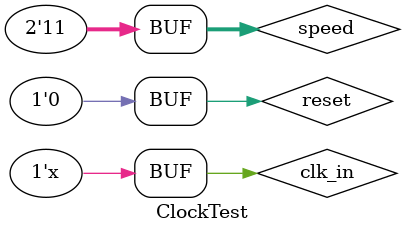
<source format=sv>
`timescale 1ns / 1ps


module ClockTest();
logic clk_in;
logic [1:0] speed;
logic clk_out;
logic reset;

ClockDivider cc(
    .clk_in(clk_in),
    .speed(speed),
    .reset(reset),
    .clk_out(clk_out)
    );

initial
begin
clk_in = 0; reset = 1; speed = 2'b11; #500 reset = 0; speed = 2'b11;  #500 speed = 2'b11;  #500 speed = 2'b11;
end

always #100 clk_in = ~clk_in;
endmodule

</source>
